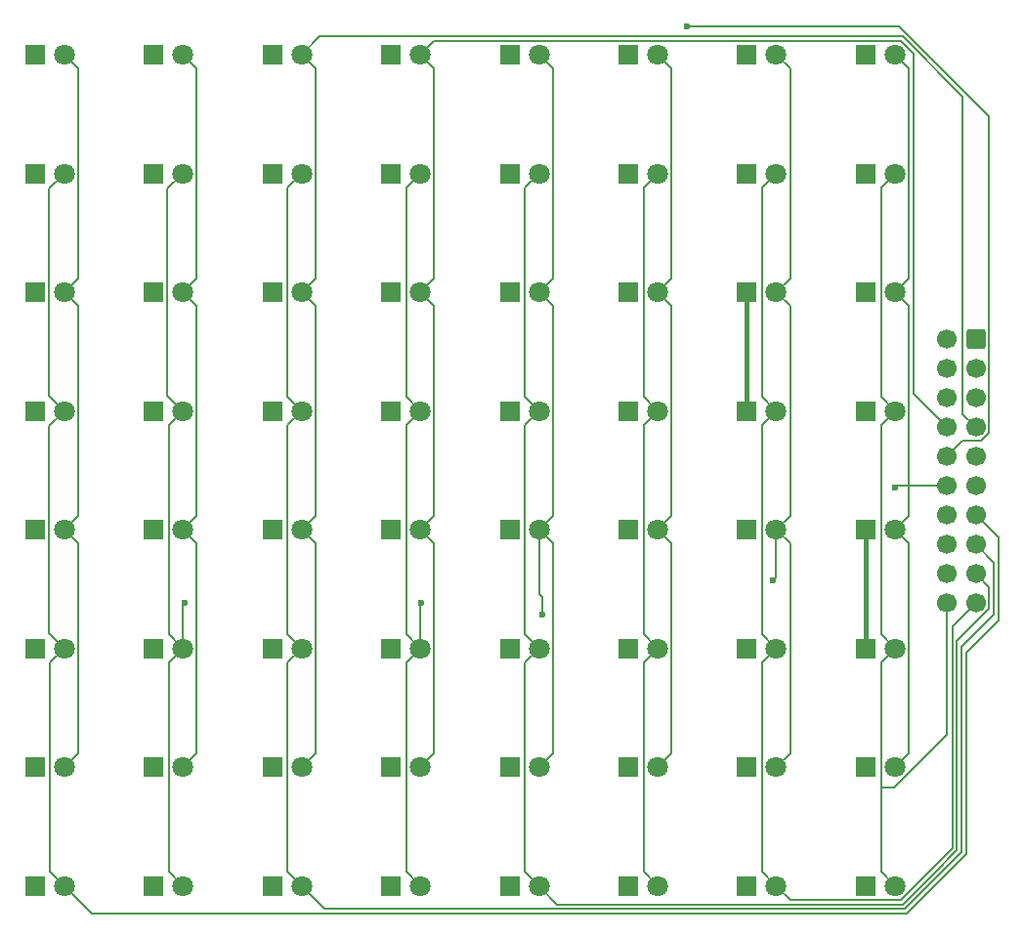
<source format=gbr>
%TF.GenerationSoftware,KiCad,Pcbnew,9.0.6-9.0.6~ubuntu22.04.1*%
%TF.CreationDate,2026-01-06T15:49:18-05:00*%
%TF.ProjectId,Hyperdrift-Grid,48797065-7264-4726-9966-742d47726964,rev?*%
%TF.SameCoordinates,Original*%
%TF.FileFunction,Copper,L1,Top*%
%TF.FilePolarity,Positive*%
%FSLAX46Y46*%
G04 Gerber Fmt 4.6, Leading zero omitted, Abs format (unit mm)*
G04 Created by KiCad (PCBNEW 9.0.6-9.0.6~ubuntu22.04.1) date 2026-01-06 15:49:18*
%MOMM*%
%LPD*%
G01*
G04 APERTURE LIST*
G04 Aperture macros list*
%AMRoundRect*
0 Rectangle with rounded corners*
0 $1 Rounding radius*
0 $2 $3 $4 $5 $6 $7 $8 $9 X,Y pos of 4 corners*
0 Add a 4 corners polygon primitive as box body*
4,1,4,$2,$3,$4,$5,$6,$7,$8,$9,$2,$3,0*
0 Add four circle primitives for the rounded corners*
1,1,$1+$1,$2,$3*
1,1,$1+$1,$4,$5*
1,1,$1+$1,$6,$7*
1,1,$1+$1,$8,$9*
0 Add four rect primitives between the rounded corners*
20,1,$1+$1,$2,$3,$4,$5,0*
20,1,$1+$1,$4,$5,$6,$7,0*
20,1,$1+$1,$6,$7,$8,$9,0*
20,1,$1+$1,$8,$9,$2,$3,0*%
G04 Aperture macros list end*
%TA.AperFunction,ComponentPad*%
%ADD10C,1.700000*%
%TD*%
%TA.AperFunction,ComponentPad*%
%ADD11RoundRect,0.250000X0.600000X0.600000X-0.600000X0.600000X-0.600000X-0.600000X0.600000X-0.600000X0*%
%TD*%
%TA.AperFunction,ComponentPad*%
%ADD12C,1.800000*%
%TD*%
%TA.AperFunction,ComponentPad*%
%ADD13R,1.800000X1.800000*%
%TD*%
%TA.AperFunction,ViaPad*%
%ADD14C,0.600000*%
%TD*%
%TA.AperFunction,Conductor*%
%ADD15C,0.200000*%
%TD*%
%TA.AperFunction,Conductor*%
%ADD16C,0.400000*%
%TD*%
G04 APERTURE END LIST*
D10*
%TO.P,J1,20,Pin_20*%
%TO.N,SRC_{15}*%
X170627330Y-100500000D03*
%TO.P,J1,19,Pin_19*%
%TO.N,SRC_{14}*%
X173167330Y-100500000D03*
%TO.P,J1,18,Pin_18*%
%TO.N,SRC_{13}*%
X170627330Y-97960000D03*
%TO.P,J1,17,Pin_17*%
%TO.N,SRC_{12}*%
X173167330Y-97960000D03*
%TO.P,J1,16,Pin_16*%
%TO.N,SRC_{11}*%
X170627330Y-95420000D03*
%TO.P,J1,15,Pin_15*%
%TO.N,SRC_{10}*%
X173167330Y-95420000D03*
%TO.P,J1,14,Pin_14*%
%TO.N,SRC_{09}*%
X170627330Y-92880000D03*
%TO.P,J1,13,Pin_13*%
%TO.N,SRC_{08}*%
X173167330Y-92880000D03*
%TO.P,J1,12,Pin_12*%
%TO.N,SRC_{07}*%
X170627330Y-90340000D03*
%TO.P,J1,11,Pin_11*%
%TO.N,SRC_{06}*%
X173167330Y-90340000D03*
%TO.P,J1,10,Pin_10*%
%TO.N,SRC_{05}*%
X170627330Y-87800000D03*
%TO.P,J1,9,Pin_9*%
%TO.N,SRC_{04}*%
X173167330Y-87800000D03*
%TO.P,J1,8,Pin_8*%
%TO.N,SRC_{03}*%
X170627330Y-85260000D03*
%TO.P,J1,7,Pin_7*%
%TO.N,SRC_{02}*%
X173167330Y-85260000D03*
%TO.P,J1,6,Pin_6*%
%TO.N,SRC_{01}*%
X170627330Y-82720000D03*
%TO.P,J1,5,Pin_5*%
%TO.N,SRC_{00}*%
X173167330Y-82720000D03*
%TO.P,J1,4,Pin_4*%
%TO.N,SINK_{03}*%
X170627330Y-80180000D03*
%TO.P,J1,3,Pin_3*%
%TO.N,SINK_{02}*%
X173167330Y-80180000D03*
%TO.P,J1,2,Pin_2*%
%TO.N,SINK_{01}*%
X170627330Y-77640000D03*
D11*
%TO.P,J1,1,Pin_1*%
%TO.N,SINK_{00}*%
X173167330Y-77640000D03*
%TD*%
D12*
%TO.P,D50,2,A*%
%TO.N,SRC_{01}*%
X104453044Y-114714285D03*
D13*
%TO.P,D50,1,K*%
%TO.N,SINK_{03}*%
X101913044Y-114714285D03*
%TD*%
D12*
%TO.P,D17,2,A*%
%TO.N,SRC_{00}*%
X94167330Y-73571428D03*
D13*
%TO.P,D17,1,K*%
%TO.N,SINK_{01}*%
X91627330Y-73571428D03*
%TD*%
D12*
%TO.P,D39,2,A*%
%TO.N,SRC_{06}*%
X155881615Y-94142857D03*
D13*
%TO.P,D39,1,K*%
%TO.N,SINK_{02}*%
X153341615Y-94142857D03*
%TD*%
D12*
%TO.P,D34,2,A*%
%TO.N,SRC_{01}*%
X104453044Y-94142857D03*
D13*
%TO.P,D34,1,K*%
%TO.N,SINK_{02}*%
X101913044Y-94142857D03*
%TD*%
D12*
%TO.P,D31,2,A*%
%TO.N,SRC_{14}*%
X155881615Y-83857142D03*
D13*
%TO.P,D31,1,K*%
%TO.N,SINK_{01}*%
X153341615Y-83857142D03*
%TD*%
D12*
%TO.P,D46,2,A*%
%TO.N,SRC_{13}*%
X145595901Y-104428571D03*
D13*
%TO.P,D46,1,K*%
%TO.N,SINK_{02}*%
X143055901Y-104428571D03*
%TD*%
D12*
%TO.P,D7,2,A*%
%TO.N,SRC_{06}*%
X155881615Y-53000000D03*
D13*
%TO.P,D7,1,K*%
%TO.N,SINK_{00}*%
X153341615Y-53000000D03*
%TD*%
D12*
%TO.P,D16,2,A*%
%TO.N,SRC_{15}*%
X166167330Y-63285714D03*
D13*
%TO.P,D16,1,K*%
%TO.N,SINK_{00}*%
X163627330Y-63285714D03*
%TD*%
D12*
%TO.P,D20,2,A*%
%TO.N,SRC_{03}*%
X125024472Y-73571428D03*
D13*
%TO.P,D20,1,K*%
%TO.N,SINK_{01}*%
X122484472Y-73571428D03*
%TD*%
D12*
%TO.P,D45,2,A*%
%TO.N,SRC_{12}*%
X135310187Y-104428571D03*
D13*
%TO.P,D45,1,K*%
%TO.N,SINK_{02}*%
X132770187Y-104428571D03*
%TD*%
D12*
%TO.P,D47,2,A*%
%TO.N,SRC_{14}*%
X155881615Y-104428571D03*
D13*
%TO.P,D47,1,K*%
%TO.N,SINK_{02}*%
X153341615Y-104428571D03*
%TD*%
D12*
%TO.P,D51,2,A*%
%TO.N,SRC_{02}*%
X114738758Y-114714285D03*
D13*
%TO.P,D51,1,K*%
%TO.N,SINK_{03}*%
X112198758Y-114714285D03*
%TD*%
D12*
%TO.P,D56,2,A*%
%TO.N,SRC_{07}*%
X166167330Y-114714285D03*
D13*
%TO.P,D56,1,K*%
%TO.N,SINK_{03}*%
X163627330Y-114714285D03*
%TD*%
D12*
%TO.P,D3,2,A*%
%TO.N,SRC_{02}*%
X114738758Y-53000000D03*
D13*
%TO.P,D3,1,K*%
%TO.N,SINK_{00}*%
X112198758Y-53000000D03*
%TD*%
D12*
%TO.P,D58,2,A*%
%TO.N,SRC_{09}*%
X104453044Y-125000000D03*
D13*
%TO.P,D58,1,K*%
%TO.N,SINK_{03}*%
X101913044Y-125000000D03*
%TD*%
D12*
%TO.P,D13,2,A*%
%TO.N,SRC_{12}*%
X135310187Y-63285714D03*
D13*
%TO.P,D13,1,K*%
%TO.N,SINK_{00}*%
X132770187Y-63285714D03*
%TD*%
D12*
%TO.P,D25,2,A*%
%TO.N,SRC_{08}*%
X94167330Y-83857142D03*
D13*
%TO.P,D25,1,K*%
%TO.N,SINK_{01}*%
X91627330Y-83857142D03*
%TD*%
D12*
%TO.P,D44,2,A*%
%TO.N,SRC_{11}*%
X125024472Y-104428571D03*
D13*
%TO.P,D44,1,K*%
%TO.N,SINK_{02}*%
X122484472Y-104428571D03*
%TD*%
D12*
%TO.P,D41,2,A*%
%TO.N,SRC_{08}*%
X94167330Y-104428571D03*
D13*
%TO.P,D41,1,K*%
%TO.N,SINK_{02}*%
X91627330Y-104428571D03*
%TD*%
D12*
%TO.P,D48,2,A*%
%TO.N,SRC_{15}*%
X166167330Y-104428571D03*
D13*
%TO.P,D48,1,K*%
%TO.N,SINK_{02}*%
X163627330Y-104428571D03*
%TD*%
%TO.P,D1,1,K*%
%TO.N,SINK_{00}*%
X91627330Y-53000000D03*
D12*
%TO.P,D1,2,A*%
%TO.N,SRC_{00}*%
X94167330Y-53000000D03*
%TD*%
%TO.P,D38,2,A*%
%TO.N,SRC_{05}*%
X145595901Y-94142857D03*
D13*
%TO.P,D38,1,K*%
%TO.N,SINK_{02}*%
X143055901Y-94142857D03*
%TD*%
D12*
%TO.P,D61,2,A*%
%TO.N,SRC_{12}*%
X135310187Y-125000000D03*
D13*
%TO.P,D61,1,K*%
%TO.N,SINK_{03}*%
X132770187Y-125000000D03*
%TD*%
D12*
%TO.P,D15,2,A*%
%TO.N,SRC_{14}*%
X155881615Y-63285714D03*
D13*
%TO.P,D15,1,K*%
%TO.N,SINK_{00}*%
X153341615Y-63285714D03*
%TD*%
D12*
%TO.P,D10,2,A*%
%TO.N,SRC_{09}*%
X104453044Y-63285714D03*
D13*
%TO.P,D10,1,K*%
%TO.N,SINK_{00}*%
X101913044Y-63285714D03*
%TD*%
D12*
%TO.P,D9,2,A*%
%TO.N,SRC_{08}*%
X94167330Y-63285714D03*
D13*
%TO.P,D9,1,K*%
%TO.N,SINK_{00}*%
X91627330Y-63285714D03*
%TD*%
D12*
%TO.P,D2,2,A*%
%TO.N,SRC_{01}*%
X104453044Y-53000000D03*
D13*
%TO.P,D2,1,K*%
%TO.N,SINK_{00}*%
X101913044Y-53000000D03*
%TD*%
D12*
%TO.P,D59,2,A*%
%TO.N,SRC_{10}*%
X114738758Y-125000000D03*
D13*
%TO.P,D59,1,K*%
%TO.N,SINK_{03}*%
X112198758Y-125000000D03*
%TD*%
D12*
%TO.P,D22,2,A*%
%TO.N,SRC_{05}*%
X145595901Y-73571428D03*
D13*
%TO.P,D22,1,K*%
%TO.N,SINK_{01}*%
X143055901Y-73571428D03*
%TD*%
D12*
%TO.P,D8,2,A*%
%TO.N,SRC_{07}*%
X166167330Y-53000000D03*
D13*
%TO.P,D8,1,K*%
%TO.N,SINK_{00}*%
X163627330Y-53000000D03*
%TD*%
D12*
%TO.P,D11,2,A*%
%TO.N,SRC_{10}*%
X114738758Y-63285714D03*
D13*
%TO.P,D11,1,K*%
%TO.N,SINK_{00}*%
X112198758Y-63285714D03*
%TD*%
D12*
%TO.P,D62,2,A*%
%TO.N,SRC_{13}*%
X145595901Y-125000000D03*
D13*
%TO.P,D62,1,K*%
%TO.N,SINK_{03}*%
X143055901Y-125000000D03*
%TD*%
D12*
%TO.P,D53,2,A*%
%TO.N,SRC_{04}*%
X135310187Y-114714285D03*
D13*
%TO.P,D53,1,K*%
%TO.N,SINK_{03}*%
X132770187Y-114714285D03*
%TD*%
D12*
%TO.P,D40,2,A*%
%TO.N,SRC_{07}*%
X166167330Y-94142857D03*
D13*
%TO.P,D40,1,K*%
%TO.N,SINK_{02}*%
X163627330Y-94142857D03*
%TD*%
D12*
%TO.P,D19,2,A*%
%TO.N,SRC_{02}*%
X114738758Y-73571428D03*
D13*
%TO.P,D19,1,K*%
%TO.N,SINK_{01}*%
X112198758Y-73571428D03*
%TD*%
D12*
%TO.P,D28,2,A*%
%TO.N,SRC_{11}*%
X125024472Y-83857142D03*
D13*
%TO.P,D28,1,K*%
%TO.N,SINK_{01}*%
X122484472Y-83857142D03*
%TD*%
D12*
%TO.P,D64,2,A*%
%TO.N,SRC_{15}*%
X166167330Y-125000000D03*
D13*
%TO.P,D64,1,K*%
%TO.N,SINK_{03}*%
X163627330Y-125000000D03*
%TD*%
D12*
%TO.P,D60,2,A*%
%TO.N,SRC_{11}*%
X125024472Y-125000000D03*
D13*
%TO.P,D60,1,K*%
%TO.N,SINK_{03}*%
X122484472Y-125000000D03*
%TD*%
D12*
%TO.P,D26,2,A*%
%TO.N,SRC_{09}*%
X104453044Y-83857142D03*
D13*
%TO.P,D26,1,K*%
%TO.N,SINK_{01}*%
X101913044Y-83857142D03*
%TD*%
D12*
%TO.P,D12,2,A*%
%TO.N,SRC_{11}*%
X125024472Y-63285714D03*
D13*
%TO.P,D12,1,K*%
%TO.N,SINK_{00}*%
X122484472Y-63285714D03*
%TD*%
D12*
%TO.P,D43,2,A*%
%TO.N,SRC_{10}*%
X114738758Y-104428571D03*
D13*
%TO.P,D43,1,K*%
%TO.N,SINK_{02}*%
X112198758Y-104428571D03*
%TD*%
D12*
%TO.P,D57,2,A*%
%TO.N,SRC_{08}*%
X94167330Y-125000000D03*
D13*
%TO.P,D57,1,K*%
%TO.N,SINK_{03}*%
X91627330Y-125000000D03*
%TD*%
D12*
%TO.P,D21,2,A*%
%TO.N,SRC_{04}*%
X135310187Y-73571428D03*
D13*
%TO.P,D21,1,K*%
%TO.N,SINK_{01}*%
X132770187Y-73571428D03*
%TD*%
D12*
%TO.P,D6,2,A*%
%TO.N,SRC_{05}*%
X145595901Y-53000000D03*
D13*
%TO.P,D6,1,K*%
%TO.N,SINK_{00}*%
X143055901Y-53000000D03*
%TD*%
D12*
%TO.P,D14,2,A*%
%TO.N,SRC_{13}*%
X145595901Y-63285714D03*
D13*
%TO.P,D14,1,K*%
%TO.N,SINK_{00}*%
X143055901Y-63285714D03*
%TD*%
D12*
%TO.P,D30,2,A*%
%TO.N,SRC_{13}*%
X145595901Y-83857142D03*
D13*
%TO.P,D30,1,K*%
%TO.N,SINK_{01}*%
X143055901Y-83857142D03*
%TD*%
D12*
%TO.P,D27,2,A*%
%TO.N,SRC_{10}*%
X114738758Y-83857142D03*
D13*
%TO.P,D27,1,K*%
%TO.N,SINK_{01}*%
X112198758Y-83857142D03*
%TD*%
D12*
%TO.P,D4,2,A*%
%TO.N,SRC_{03}*%
X125024472Y-53000000D03*
D13*
%TO.P,D4,1,K*%
%TO.N,SINK_{00}*%
X122484472Y-53000000D03*
%TD*%
D12*
%TO.P,D42,2,A*%
%TO.N,SRC_{09}*%
X104453044Y-104428571D03*
D13*
%TO.P,D42,1,K*%
%TO.N,SINK_{02}*%
X101913044Y-104428571D03*
%TD*%
D12*
%TO.P,D32,2,A*%
%TO.N,SRC_{15}*%
X166167330Y-83857142D03*
D13*
%TO.P,D32,1,K*%
%TO.N,SINK_{01}*%
X163627330Y-83857142D03*
%TD*%
D12*
%TO.P,D33,2,A*%
%TO.N,SRC_{00}*%
X94167330Y-94142857D03*
D13*
%TO.P,D33,1,K*%
%TO.N,SINK_{02}*%
X91627330Y-94142857D03*
%TD*%
D12*
%TO.P,D54,2,A*%
%TO.N,SRC_{05}*%
X145595901Y-114714285D03*
D13*
%TO.P,D54,1,K*%
%TO.N,SINK_{03}*%
X143055901Y-114714285D03*
%TD*%
D12*
%TO.P,D55,2,A*%
%TO.N,SRC_{06}*%
X155881615Y-114714285D03*
D13*
%TO.P,D55,1,K*%
%TO.N,SINK_{03}*%
X153341615Y-114714285D03*
%TD*%
D12*
%TO.P,D52,2,A*%
%TO.N,SRC_{03}*%
X125024472Y-114714285D03*
D13*
%TO.P,D52,1,K*%
%TO.N,SINK_{03}*%
X122484472Y-114714285D03*
%TD*%
D12*
%TO.P,D18,2,A*%
%TO.N,SRC_{01}*%
X104453044Y-73571428D03*
D13*
%TO.P,D18,1,K*%
%TO.N,SINK_{01}*%
X101913044Y-73571428D03*
%TD*%
D12*
%TO.P,D63,2,A*%
%TO.N,SRC_{14}*%
X155881615Y-125000000D03*
D13*
%TO.P,D63,1,K*%
%TO.N,SINK_{03}*%
X153341615Y-125000000D03*
%TD*%
D12*
%TO.P,D37,2,A*%
%TO.N,SRC_{04}*%
X135310187Y-94142857D03*
D13*
%TO.P,D37,1,K*%
%TO.N,SINK_{02}*%
X132770187Y-94142857D03*
%TD*%
D12*
%TO.P,D36,2,A*%
%TO.N,SRC_{03}*%
X125024472Y-94142857D03*
D13*
%TO.P,D36,1,K*%
%TO.N,SINK_{02}*%
X122484472Y-94142857D03*
%TD*%
D12*
%TO.P,D23,2,A*%
%TO.N,SRC_{06}*%
X155881615Y-73571428D03*
D13*
%TO.P,D23,1,K*%
%TO.N,SINK_{01}*%
X153341615Y-73571428D03*
%TD*%
D12*
%TO.P,D5,2,A*%
%TO.N,SRC_{04}*%
X135310187Y-53000000D03*
D13*
%TO.P,D5,1,K*%
%TO.N,SINK_{00}*%
X132770187Y-53000000D03*
%TD*%
D12*
%TO.P,D35,2,A*%
%TO.N,SRC_{02}*%
X114738758Y-94142857D03*
D13*
%TO.P,D35,1,K*%
%TO.N,SINK_{02}*%
X112198758Y-94142857D03*
%TD*%
D12*
%TO.P,D29,2,A*%
%TO.N,SRC_{12}*%
X135310187Y-83857142D03*
D13*
%TO.P,D29,1,K*%
%TO.N,SINK_{01}*%
X132770187Y-83857142D03*
%TD*%
D12*
%TO.P,D24,2,A*%
%TO.N,SRC_{07}*%
X166167330Y-73571428D03*
D13*
%TO.P,D24,1,K*%
%TO.N,SINK_{01}*%
X163627330Y-73571428D03*
%TD*%
D12*
%TO.P,D49,2,A*%
%TO.N,SRC_{00}*%
X94167330Y-114714285D03*
D13*
%TO.P,D49,1,K*%
%TO.N,SINK_{03}*%
X91627330Y-114714285D03*
%TD*%
D14*
%TO.N,SRC_{11}*%
X125127330Y-100500000D03*
%TO.N,SRC_{09}*%
X104627330Y-100500000D03*
%TO.N,SRC_{07}*%
X166127330Y-90500000D03*
%TO.N,SRC_{06}*%
X155627330Y-98500000D03*
%TO.N,SRC_{04}*%
X135627330Y-101500000D03*
%TO.N,SRC_{05}*%
X148127330Y-50500000D03*
%TD*%
D15*
%TO.N,SRC_{02}*%
X166830901Y-51398000D02*
X116340758Y-51398000D01*
%TO.N,SRC_{09}*%
X103114044Y-64624714D02*
X104453044Y-63285714D01*
%TO.N,SRC_{02}*%
X115939758Y-113513285D02*
X115939758Y-95343857D01*
%TO.N,SRC_{07}*%
X166167330Y-114714285D02*
X167368330Y-113513285D01*
%TO.N,SRC_{08}*%
X92966330Y-123799000D02*
X94167330Y-125000000D01*
%TO.N,SRC_{14}*%
X154680615Y-105629571D02*
X155881615Y-104428571D01*
%TO.N,SRC_{02}*%
X115939758Y-74772428D02*
X114738758Y-73571428D01*
%TO.N,SRC_{11}*%
X125024472Y-63285714D02*
X123823472Y-64486714D01*
%TO.N,SRC_{02}*%
X115939758Y-72370428D02*
X114738758Y-73571428D01*
%TO.N,SRC_{04}*%
X136511187Y-113513285D02*
X135310187Y-114714285D01*
X135310187Y-94142857D02*
X136511187Y-95343857D01*
%TO.N,SRC_{12}*%
X136912187Y-126602000D02*
X166830901Y-126602000D01*
%TO.N,SRC_{05}*%
X148127330Y-50500000D02*
X166500000Y-50500000D01*
%TO.N,SRC_{15}*%
X166167330Y-83857142D02*
X164966330Y-82656142D01*
%TO.N,SRC_{01}*%
X105654044Y-113513285D02*
X105654044Y-95343857D01*
%TO.N,SRC_{10}*%
X113537758Y-82656142D02*
X113537758Y-64486714D01*
%TO.N,SRC_{04}*%
X136511187Y-72370428D02*
X135310187Y-73571428D01*
%TO.N,SRC_{05}*%
X146796901Y-92941857D02*
X146796901Y-74772428D01*
%TO.N,SRC_{12}*%
X134109187Y-82656142D02*
X134109187Y-64486714D01*
%TO.N,SRC_{02}*%
X172016330Y-56583429D02*
X166830901Y-51398000D01*
%TO.N,SRC_{00}*%
X94167330Y-53000000D02*
X95368330Y-54201000D01*
%TO.N,SRC_{01}*%
X105654044Y-54201000D02*
X104453044Y-53000000D01*
%TO.N,SRC_{05}*%
X145595901Y-94142857D02*
X146796901Y-92941857D01*
X146796901Y-95343857D02*
X145595901Y-94142857D01*
X146796901Y-113513285D02*
X146796901Y-95343857D01*
%TO.N,SRC_{01}*%
X104453044Y-114714285D02*
X105654044Y-113513285D01*
%TO.N,SRC_{11}*%
X123823472Y-105629571D02*
X125024472Y-104428571D01*
%TO.N,SRC_{10}*%
X116741758Y-127003000D02*
X166997001Y-127003000D01*
X114738758Y-125000000D02*
X116741758Y-127003000D01*
%TO.N,SRC_{08}*%
X175120330Y-102000000D02*
X175120330Y-94833000D01*
%TO.N,SRC_{10}*%
X166997001Y-127003000D02*
X171063665Y-122936335D01*
%TO.N,SRC_{06}*%
X155627330Y-98500000D02*
X155881615Y-98245715D01*
%TO.N,SRC_{01}*%
X105654044Y-72370428D02*
X105654044Y-54201000D01*
%TO.N,SRC_{13}*%
X144394901Y-85058142D02*
X145595901Y-83857142D01*
%TO.N,SRC_{03}*%
X167769330Y-52903529D02*
X166664801Y-51799000D01*
%TO.N,SRC_{11}*%
X123823472Y-85058142D02*
X125024472Y-83857142D01*
%TO.N,SRC_{03}*%
X126225472Y-95343857D02*
X125024472Y-94142857D01*
%TO.N,SRC_{13}*%
X145595901Y-83857142D02*
X144394901Y-82656142D01*
%TO.N,SRC_{01}*%
X105654044Y-95343857D02*
X104453044Y-94142857D01*
%TO.N,SRC_{11}*%
X123823472Y-103227571D02*
X123823472Y-85058142D01*
%TO.N,SRC_{09}*%
X103114044Y-82518142D02*
X103114044Y-64624714D01*
%TO.N,SRC_{05}*%
X145595901Y-73571428D02*
X146796901Y-72370428D01*
%TO.N,SRC_{12}*%
X166830901Y-126602000D02*
X169530115Y-123902785D01*
%TO.N,SRC_{10}*%
X113537758Y-103227571D02*
X113537758Y-85058142D01*
X113537758Y-85058142D02*
X114738758Y-83857142D01*
%TO.N,SRC_{03}*%
X126225472Y-113513285D02*
X126225472Y-95343857D01*
%TO.N,SRC_{02}*%
X172016330Y-84109000D02*
X172016330Y-56583429D01*
%TO.N,SRC_{00}*%
X95368330Y-92941857D02*
X95368330Y-74772428D01*
%TO.N,SRC_{11}*%
X125024472Y-100602858D02*
X125024472Y-104428571D01*
%TO.N,SRC_{07}*%
X166167330Y-73571428D02*
X167368330Y-72370428D01*
%TO.N,SRC_{14}*%
X155881615Y-104428571D02*
X154680615Y-103227571D01*
%TO.N,SRC_{07}*%
X167368330Y-72370428D02*
X167368330Y-54201000D01*
%TO.N,SRC_{03}*%
X125024472Y-94142857D02*
X126225472Y-92941857D01*
%TO.N,SRC_{09}*%
X103252044Y-105629571D02*
X104453044Y-104428571D01*
%TO.N,SRC_{08}*%
X175120330Y-94833000D02*
X173167330Y-92880000D01*
%TO.N,SRC_{03}*%
X125024472Y-114714285D02*
X126225472Y-113513285D01*
%TO.N,SRC_{08}*%
X94167330Y-104428571D02*
X92966330Y-105629571D01*
%TO.N,SRC_{12}*%
X134109187Y-103227571D02*
X134109187Y-85058142D01*
%TO.N,SRC_{03}*%
X126225472Y-92941857D02*
X126225472Y-74772428D01*
%TO.N,SRC_{04}*%
X136511187Y-92941857D02*
X136511187Y-74772428D01*
%TO.N,SRC_{15}*%
X164966330Y-116500000D02*
X166080086Y-116500000D01*
X166080086Y-116500000D02*
X170627330Y-111952756D01*
%TO.N,SRC_{12}*%
X135310187Y-125000000D02*
X136912187Y-126602000D01*
%TO.N,SRC_{14}*%
X157082615Y-126201000D02*
X155881615Y-125000000D01*
X166664801Y-126201000D02*
X157082615Y-126201000D01*
%TO.N,SRC_{12}*%
X134109187Y-123799000D02*
X134109187Y-105629571D01*
D16*
%TO.N,SINK_{02}*%
X163627330Y-94142857D02*
X163627330Y-104428571D01*
D15*
%TO.N,SRC_{01}*%
X104453044Y-94142857D02*
X105654044Y-92941857D01*
%TO.N,SRC_{06}*%
X157082615Y-54201000D02*
X157082615Y-72370428D01*
%TO.N,SRC_{03}*%
X170627330Y-85260000D02*
X167769330Y-82402000D01*
%TO.N,SRC_{08}*%
X172330330Y-104790000D02*
X175120330Y-102000000D01*
%TO.N,SRC_{10}*%
X174719330Y-96972000D02*
X173167330Y-95420000D01*
%TO.N,SRC_{12}*%
X171528330Y-103790000D02*
X174318330Y-101000000D01*
X174318330Y-101000000D02*
X174318330Y-99111000D01*
X169530115Y-123902785D02*
X171528330Y-121904572D01*
%TO.N,SRC_{08}*%
X172330330Y-122236772D02*
X172330330Y-104790000D01*
%TO.N,SRC_{12}*%
X134109187Y-64486714D02*
X135310187Y-63285714D01*
%TO.N,SRC_{08}*%
X92828330Y-103089571D02*
X94167330Y-104428571D01*
%TO.N,SRC_{12}*%
X134109187Y-85058142D02*
X135310187Y-83857142D01*
%TO.N,SRC_{11}*%
X125127330Y-100500000D02*
X125024472Y-100602858D01*
%TO.N,SRC_{04}*%
X135627330Y-100000000D02*
X135310187Y-99682857D01*
%TO.N,SRC_{13}*%
X144394901Y-64486714D02*
X145595901Y-63285714D01*
X144394901Y-123799000D02*
X145595901Y-125000000D01*
%TO.N,SRC_{07}*%
X166287330Y-90340000D02*
X166127330Y-90500000D01*
%TO.N,SRC_{06}*%
X157082615Y-113513285D02*
X155881615Y-114714285D01*
%TO.N,SRC_{03}*%
X126225472Y-74772428D02*
X125024472Y-73571428D01*
%TO.N,SRC_{09}*%
X104453044Y-100674286D02*
X104453044Y-104428571D01*
%TO.N,SRC_{05}*%
X172016330Y-86411000D02*
X170627330Y-87800000D01*
%TO.N,SRC_{12}*%
X174318330Y-99111000D02*
X173167330Y-97960000D01*
%TO.N,SRC_{10}*%
X171929330Y-104290000D02*
X174719330Y-101500000D01*
%TO.N,SRC_{08}*%
X94167330Y-63285714D02*
X92828330Y-64624714D01*
%TO.N,SRC_{02}*%
X115939758Y-95343857D02*
X114738758Y-94142857D01*
%TO.N,SRC_{05}*%
X146796901Y-72370428D02*
X146796901Y-54201000D01*
%TO.N,SRC_{06}*%
X155881615Y-94142857D02*
X157082615Y-95343857D01*
%TO.N,SRC_{10}*%
X171063665Y-122936335D02*
X171929330Y-122070672D01*
%TO.N,SRC_{06}*%
X155881615Y-73571428D02*
X157082615Y-74772428D01*
%TO.N,SRC_{11}*%
X123823472Y-64486714D02*
X123823472Y-82656142D01*
X123823472Y-82656142D02*
X125024472Y-83857142D01*
%TO.N,SRC_{04}*%
X136511187Y-95343857D02*
X136511187Y-113513285D01*
%TO.N,SRC_{12}*%
X135310187Y-104428571D02*
X134109187Y-103227571D01*
%TO.N,SRC_{04}*%
X135310187Y-99682857D02*
X135310187Y-94142857D01*
%TO.N,SRC_{09}*%
X103252044Y-123799000D02*
X103252044Y-105629571D01*
%TO.N,SRC_{15}*%
X164966330Y-85058142D02*
X166167330Y-83857142D01*
X164966330Y-103227571D02*
X164966330Y-85058142D01*
%TO.N,SRC_{07}*%
X166167330Y-94142857D02*
X167368330Y-92941857D01*
%TO.N,SRC_{15}*%
X166167330Y-125000000D02*
X164966330Y-123799000D01*
%TO.N,SRC_{05}*%
X146796901Y-54201000D02*
X145595901Y-53000000D01*
%TO.N,SRC_{02}*%
X114738758Y-53000000D02*
X115939758Y-54201000D01*
%TO.N,SRC_{08}*%
X92828330Y-64624714D02*
X92828330Y-82518142D01*
%TO.N,SRC_{10}*%
X113537758Y-64486714D02*
X114738758Y-63285714D01*
X171929330Y-122070672D02*
X171929330Y-104290000D01*
%TO.N,SRC_{00}*%
X95368330Y-72370428D02*
X94167330Y-73571428D01*
%TO.N,SRC_{05}*%
X173644090Y-86411000D02*
X172016330Y-86411000D01*
%TO.N,SRC_{08}*%
X92966330Y-105629571D02*
X92966330Y-123799000D01*
%TO.N,SRC_{02}*%
X115939758Y-92941857D02*
X115939758Y-74772428D01*
%TO.N,SRC_{15}*%
X164966330Y-64486714D02*
X166167330Y-63285714D01*
X164966330Y-82656142D02*
X164966330Y-64486714D01*
%TO.N,SRC_{12}*%
X134109187Y-105629571D02*
X135310187Y-104428571D01*
%TO.N,SRC_{08}*%
X92828330Y-85196142D02*
X92828330Y-103089571D01*
%TO.N,SRC_{02}*%
X173167330Y-85260000D02*
X172016330Y-84109000D01*
%TO.N,SRC_{08}*%
X94167330Y-83857142D02*
X92828330Y-85196142D01*
%TO.N,SRC_{15}*%
X164966330Y-116500000D02*
X164966330Y-105629571D01*
%TO.N,SRC_{09}*%
X104453044Y-125000000D02*
X103252044Y-123799000D01*
%TO.N,SRC_{03}*%
X125024472Y-53000000D02*
X126225472Y-54201000D01*
%TO.N,SRC_{09}*%
X103252044Y-85058142D02*
X104453044Y-83857142D01*
X103252044Y-103227571D02*
X103252044Y-85058142D01*
%TO.N,SRC_{15}*%
X166167330Y-104428571D02*
X164966330Y-103227571D01*
%TO.N,SRC_{05}*%
X145595901Y-114714285D02*
X146796901Y-113513285D01*
%TO.N,SRC_{02}*%
X116340758Y-51398000D02*
X114738758Y-53000000D01*
%TO.N,SRC_{00}*%
X94167330Y-94142857D02*
X95368330Y-92941857D01*
%TO.N,SRC_{07}*%
X167368330Y-74772428D02*
X166167330Y-73571428D01*
%TO.N,SRC_{10}*%
X113537758Y-123799000D02*
X113537758Y-105629571D01*
%TO.N,SRC_{01}*%
X104453044Y-73571428D02*
X105654044Y-72370428D01*
%TO.N,SRC_{14}*%
X154680615Y-85058142D02*
X155881615Y-83857142D01*
%TO.N,SRC_{03}*%
X126225472Y-72370428D02*
X125024472Y-73571428D01*
%TO.N,SRC_{08}*%
X172097215Y-122469885D02*
X172330330Y-122236772D01*
%TO.N,SRC_{10}*%
X174719330Y-101500000D02*
X174719330Y-96972000D01*
%TO.N,SRC_{08}*%
X167163101Y-127404000D02*
X172097215Y-122469885D01*
%TO.N,SRC_{06}*%
X157082615Y-72370428D02*
X155881615Y-73571428D01*
D16*
%TO.N,SINK_{01}*%
X153341615Y-83857142D02*
X153341615Y-73571428D01*
D15*
%TO.N,SRC_{00}*%
X95368330Y-54201000D02*
X95368330Y-72370428D01*
%TO.N,SRC_{07}*%
X167368330Y-92941857D02*
X167368330Y-74772428D01*
%TO.N,SRC_{12}*%
X135310187Y-125000000D02*
X134109187Y-123799000D01*
%TO.N,SRC_{05}*%
X166500000Y-50500000D02*
X174318330Y-58318330D01*
%TO.N,SRC_{14}*%
X155881615Y-125000000D02*
X154680615Y-123799000D01*
%TO.N,SRC_{12}*%
X171528330Y-121904572D02*
X171528330Y-103790000D01*
%TO.N,SRC_{08}*%
X96571330Y-127404000D02*
X167163101Y-127404000D01*
X94167330Y-125000000D02*
X96571330Y-127404000D01*
%TO.N,SRC_{11}*%
X125024472Y-104428571D02*
X123823472Y-103227571D01*
%TO.N,SRC_{02}*%
X114738758Y-94142857D02*
X115939758Y-92941857D01*
%TO.N,SRC_{04}*%
X135627330Y-101500000D02*
X135627330Y-100000000D01*
%TO.N,SRC_{00}*%
X95368330Y-113513285D02*
X94167330Y-114714285D01*
X95368330Y-95343857D02*
X95368330Y-113513285D01*
%TO.N,SRC_{05}*%
X174318330Y-58318330D02*
X174318330Y-85736760D01*
%TO.N,SRC_{09}*%
X104453044Y-104428571D02*
X103252044Y-103227571D01*
%TO.N,SRC_{15}*%
X164966330Y-105629571D02*
X166167330Y-104428571D01*
%TO.N,SRC_{13}*%
X144394901Y-105629571D02*
X144394901Y-123799000D01*
%TO.N,SRC_{15}*%
X164966330Y-123799000D02*
X164966330Y-116500000D01*
%TO.N,SRC_{10}*%
X113537758Y-105629571D02*
X114738758Y-104428571D01*
X114738758Y-83857142D02*
X113537758Y-82656142D01*
%TO.N,SRC_{11}*%
X123823472Y-123799000D02*
X123823472Y-105629571D01*
%TO.N,SRC_{15}*%
X170627330Y-111952756D02*
X170627330Y-100500000D01*
%TO.N,SRC_{05}*%
X146796901Y-74772428D02*
X145595901Y-73571428D01*
%TO.N,SRC_{06}*%
X155881615Y-53000000D02*
X157082615Y-54201000D01*
%TO.N,SRC_{07}*%
X167368330Y-54201000D02*
X166167330Y-53000000D01*
%TO.N,SRC_{00}*%
X94167330Y-94142857D02*
X95368330Y-95343857D01*
%TO.N,SRC_{14}*%
X154680615Y-103227571D02*
X154680615Y-85058142D01*
%TO.N,SRC_{04}*%
X136511187Y-74772428D02*
X135310187Y-73571428D01*
%TO.N,SRC_{14}*%
X173167330Y-100500000D02*
X171127330Y-102540000D01*
X154680615Y-123799000D02*
X154680615Y-105629571D01*
%TO.N,SRC_{13}*%
X145595901Y-104428571D02*
X144394901Y-105629571D01*
%TO.N,SRC_{04}*%
X135310187Y-94142857D02*
X136511187Y-92941857D01*
%TO.N,SRC_{01}*%
X105654044Y-74772428D02*
X104453044Y-73571428D01*
%TO.N,SRC_{13}*%
X145595901Y-104428571D02*
X144394901Y-103227571D01*
%TO.N,SRC_{09}*%
X104453044Y-83857142D02*
X103114044Y-82518142D01*
%TO.N,SRC_{10}*%
X114738758Y-104428571D02*
X113537758Y-103227571D01*
%TO.N,SRC_{06}*%
X157082615Y-95343857D02*
X157082615Y-113513285D01*
X157082615Y-74772428D02*
X157082615Y-92941857D01*
X157082615Y-92941857D02*
X155881615Y-94142857D01*
%TO.N,SRC_{07}*%
X167368330Y-95343857D02*
X166167330Y-94142857D01*
%TO.N,SRC_{02}*%
X115939758Y-54201000D02*
X115939758Y-72370428D01*
%TO.N,SRC_{08}*%
X92828330Y-82518142D02*
X94167330Y-83857142D01*
%TO.N,SRC_{03}*%
X167769330Y-82402000D02*
X167769330Y-52903529D01*
%TO.N,SRC_{14}*%
X155881615Y-63285714D02*
X154680615Y-64486714D01*
%TO.N,SRC_{13}*%
X144394901Y-103227571D02*
X144394901Y-85058142D01*
X144394901Y-82656142D02*
X144394901Y-64486714D01*
%TO.N,SRC_{14}*%
X171127330Y-102540000D02*
X171127330Y-121738472D01*
X171127330Y-121738472D02*
X166664801Y-126201000D01*
%TO.N,SRC_{00}*%
X95368330Y-74772428D02*
X94167330Y-73571428D01*
%TO.N,SRC_{03}*%
X126225472Y-54201000D02*
X126225472Y-72370428D01*
%TO.N,SRC_{04}*%
X135310187Y-53000000D02*
X136511187Y-54201000D01*
X136511187Y-54201000D02*
X136511187Y-72370428D01*
%TO.N,SRC_{05}*%
X174318330Y-85736760D02*
X173644090Y-86411000D01*
%TO.N,SRC_{03}*%
X166664801Y-51799000D02*
X126225472Y-51799000D01*
%TO.N,SRC_{14}*%
X154680615Y-64486714D02*
X154680615Y-82656142D01*
X154680615Y-82656142D02*
X155881615Y-83857142D01*
%TO.N,SRC_{07}*%
X167368330Y-113513285D02*
X167368330Y-95343857D01*
%TO.N,SRC_{06}*%
X155881615Y-98245715D02*
X155881615Y-94142857D01*
%TO.N,SRC_{12}*%
X135310187Y-83857142D02*
X134109187Y-82656142D01*
%TO.N,SRC_{02}*%
X114738758Y-114714285D02*
X115939758Y-113513285D01*
%TO.N,SRC_{09}*%
X104627330Y-100500000D02*
X104453044Y-100674286D01*
%TO.N,SRC_{03}*%
X126225472Y-51799000D02*
X125024472Y-53000000D01*
%TO.N,SRC_{07}*%
X170627330Y-90340000D02*
X166287330Y-90340000D01*
%TO.N,SRC_{10}*%
X114738758Y-125000000D02*
X113537758Y-123799000D01*
%TO.N,SRC_{11}*%
X125024472Y-125000000D02*
X123823472Y-123799000D01*
%TO.N,SRC_{01}*%
X105654044Y-92941857D02*
X105654044Y-74772428D01*
%TD*%
M02*

</source>
